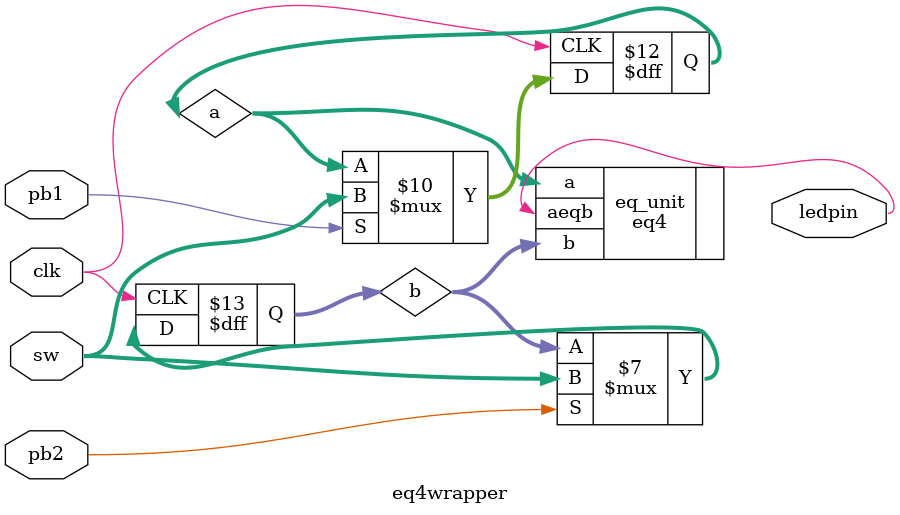
<source format=v>
module eq4wrapper
  (
   input wire clk,
   input wire [3:0] sw,
   input wire       pb1, pb2,
   output wire      ledpin
   );
	reg [3:0] a = 4'b0000;
	reg [3:0] b = 4'b0000;
	

	
	always @(posedge clk)
	begin
		if (pb1 == 1)
			a = sw;
		if (pb2 == 1)
			b = sw;
	end
	
	eq4 eq_unit (.a(a), .b(b), .aeqb(ledpin));

endmodule

</source>
